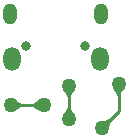
<source format=gbl>
G04*
G04 #@! TF.GenerationSoftware,Altium Limited,Altium Designer,22.5.1 (42)*
G04*
G04 Layer_Physical_Order=2*
G04 Layer_Color=16711680*
%FSLAX44Y44*%
%MOMM*%
G71*
G04*
G04 #@! TF.SameCoordinates,58EBD81C-6F45-4402-977D-F62170CEE2AC*
G04*
G04*
G04 #@! TF.FilePolarity,Positive*
G04*
G01*
G75*
%ADD13C,0.2540*%
%ADD33C,0.8000*%
%ADD34O,1.1500X1.8000*%
%ADD35O,1.4500X2.0000*%
%ADD36C,1.2700*%
G36*
X138462Y96450D02*
X137446Y95263D01*
X137033Y94692D01*
X136684Y94135D01*
X136398Y93593D01*
X136176Y93065D01*
X136017Y92551D01*
X135922Y92052D01*
X135890Y91568D01*
X133350D01*
X133318Y92052D01*
X133223Y92551D01*
X133064Y93065D01*
X132842Y93593D01*
X132556Y94135D01*
X132207Y94692D01*
X131794Y95263D01*
X131318Y95849D01*
X130175Y97065D01*
X139065D01*
X138462Y96450D01*
D02*
G37*
G36*
X96552Y95180D02*
X95536Y93993D01*
X95123Y93422D01*
X94774Y92865D01*
X94488Y92323D01*
X94266Y91795D01*
X94107Y91281D01*
X94012Y90782D01*
X93980Y90298D01*
X91440D01*
X91408Y90782D01*
X91313Y91281D01*
X91154Y91795D01*
X90932Y92323D01*
X90646Y92865D01*
X90297Y93422D01*
X89884Y93993D01*
X89408Y94579D01*
X88265Y95795D01*
X97155D01*
X96552Y95180D01*
D02*
G37*
G36*
X66585Y79375D02*
X65970Y79978D01*
X64783Y80994D01*
X64212Y81407D01*
X63655Y81756D01*
X63113Y82042D01*
X62585Y82264D01*
X62071Y82423D01*
X61572Y82518D01*
X61088Y82550D01*
Y85090D01*
X61572Y85122D01*
X62071Y85217D01*
X62585Y85376D01*
X63113Y85598D01*
X63655Y85884D01*
X64212Y86233D01*
X64783Y86646D01*
X65369Y87122D01*
X66585Y88265D01*
Y79375D01*
D02*
G37*
G36*
X48330Y87662D02*
X49517Y86646D01*
X50088Y86233D01*
X50645Y85884D01*
X51188Y85598D01*
X51715Y85376D01*
X52229Y85217D01*
X52727Y85122D01*
X53212Y85090D01*
Y82550D01*
X52727Y82518D01*
X52229Y82423D01*
X51715Y82264D01*
X51188Y82042D01*
X50645Y81756D01*
X50088Y81407D01*
X49517Y80994D01*
X48931Y80518D01*
X47715Y79375D01*
Y88265D01*
X48330Y87662D01*
D02*
G37*
G36*
X94012Y82098D02*
X94107Y81600D01*
X94266Y81086D01*
X94488Y80558D01*
X94774Y80016D01*
X95123Y79459D01*
X95536Y78888D01*
X96012Y78301D01*
X97155Y77086D01*
X88265D01*
X88868Y77701D01*
X89884Y78888D01*
X90297Y79459D01*
X90646Y80016D01*
X90932Y80558D01*
X91154Y81086D01*
X91313Y81600D01*
X91408Y82098D01*
X91440Y82583D01*
X93980D01*
X94012Y82098D01*
D02*
G37*
G36*
X128421Y70606D02*
X128102Y70241D01*
X127816Y69821D01*
X127565Y69345D01*
X127349Y68815D01*
X127168Y68229D01*
X127021Y67589D01*
X126909Y66893D01*
X126831Y66141D01*
X126780Y64474D01*
X120493Y70760D01*
X121355Y70768D01*
X122913Y70889D01*
X123609Y71001D01*
X124249Y71148D01*
X124835Y71329D01*
X125365Y71546D01*
X125841Y71796D01*
X126261Y72082D01*
X126625Y72401D01*
X128421Y70606D01*
D02*
G37*
D13*
X43180Y83820D02*
X71120D01*
X92710Y72551D02*
Y100330D01*
X120430Y64410D02*
X134620Y78600D01*
Y101600D01*
D33*
X56280Y133900D02*
D03*
X106280D02*
D03*
D34*
X42530Y161400D02*
D03*
X120030D02*
D03*
D35*
X44030Y123400D02*
D03*
X118530D02*
D03*
D36*
X43180Y83820D02*
D03*
X92710Y72551D02*
D03*
X71120Y83820D02*
D03*
X92710Y100330D02*
D03*
X134620Y101600D02*
D03*
X120430Y64410D02*
D03*
M02*

</source>
